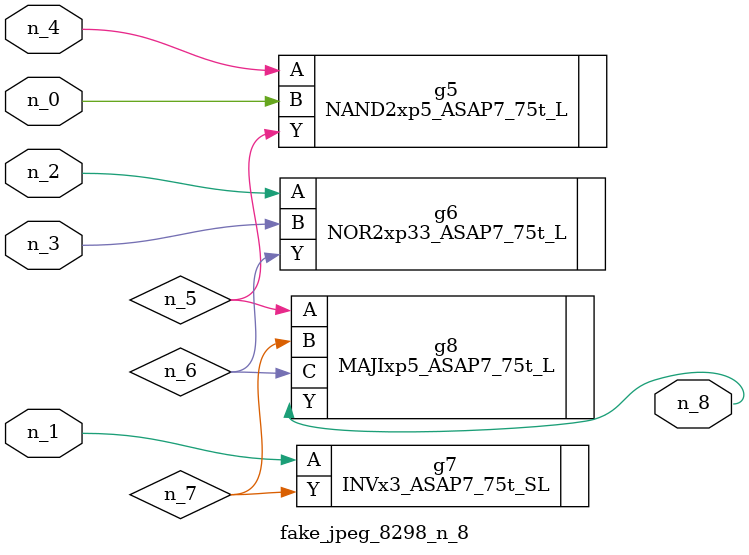
<source format=v>
module fake_jpeg_8298_n_8 (n_3, n_2, n_1, n_0, n_4, n_8);

input n_3;
input n_2;
input n_1;
input n_0;
input n_4;

output n_8;

wire n_6;
wire n_5;
wire n_7;

NAND2xp5_ASAP7_75t_L g5 ( 
.A(n_4),
.B(n_0),
.Y(n_5)
);

NOR2xp33_ASAP7_75t_L g6 ( 
.A(n_2),
.B(n_3),
.Y(n_6)
);

INVx3_ASAP7_75t_SL g7 ( 
.A(n_1),
.Y(n_7)
);

MAJIxp5_ASAP7_75t_L g8 ( 
.A(n_5),
.B(n_7),
.C(n_6),
.Y(n_8)
);


endmodule
</source>
